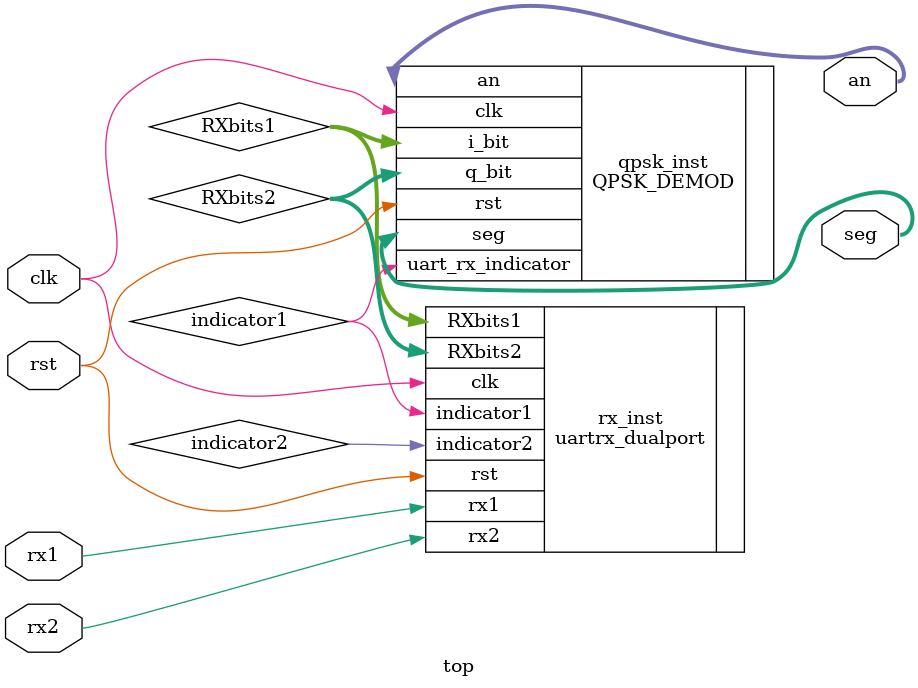
<source format=v>
`timescale 1ns / 1ps


module top( input clk, rst, rx1, rx2, output [3:0]an, output [6:0]seg

    );
    
    wire [15:0]RXbits1;
    wire [15:0]RXbits2;
    wire indicator1, indicator2;
    uartrx_dualport rx_inst(
.clk(clk), .rx1(rx1), .rx2(rx2), .rst(rst), .RXbits2(RXbits2), .RXbits1(RXbits1), .indicator1(indicator1), .indicator2(indicator2)
    );
    
    QPSK_DEMOD qpsk_inst(.clk(clk), .rst(rst), .i_bit(RXbits1), .q_bit(RXbits2), .uart_rx_indicator(indicator1), .seg(seg), .an(an)
);


endmodule

</source>
